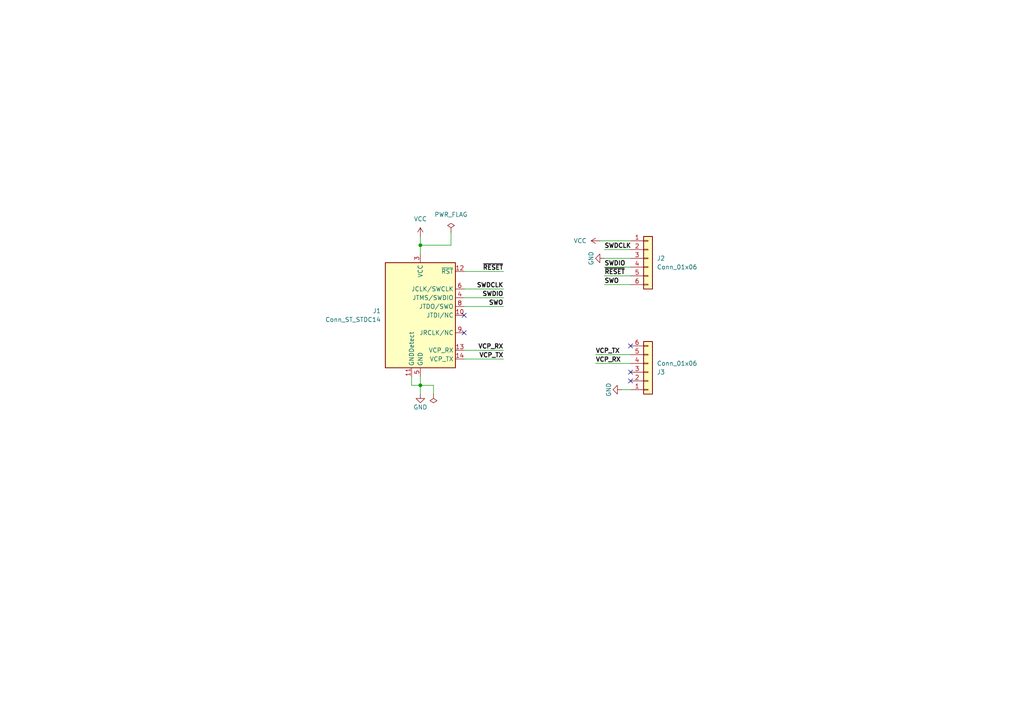
<source format=kicad_sch>
(kicad_sch (version 20231120) (generator "eeschema") (generator_version "8.0")
  (paper "A4")
  (title_block (title "STDC14 Adapter") (date "2024-03-31") (rev "1.0") (company "antoine163"))
  (lib_symbols
    (symbol "Connector:Conn_ST_STDC14"
      (property "Reference" "J" (at -8.89 16.51 0))
      (property "Value" "Conn_ST_STDC14" (at 17.78 16.51 0))
      (symbol "Conn_ST_STDC14_0_1"
        (rectangle (start -10.16 15.24) (end 10.16 -15.24) (stroke (width 0.254)) (fill (type background)))
      )
      (symbol "Conn_ST_STDC14_1_1"
        (pin no_connect line (at -10.16 5.08 0) (length 2.54) hide (name "NC") (number "1"))
        (pin output line (at 12.7 0 180) (length 2.54) (name "JTDI/NC") (number "10"))
        (pin passive line (at -2.54 -17.78 90) (length 2.54) (name "GNDDetect") (number "11"))
        (pin open_collector line (at 12.7 12.7 180) (length 2.54) (name "~{RST}") (number "12"))
        (pin output line (at 12.7 -10.16 180) (length 2.54) (name "VCP_RX") (number "13"))
        (pin input line (at 12.7 -12.7 180) (length 2.54) (name "VCP_TX") (number "14"))
        (pin no_connect line (at -10.16 2.54 0) (length 2.54) hide (name "NC") (number "2"))
        (pin power_in line (at 0 17.78 270) (length 2.54) (name "VCC") (number "3"))
        (pin bidirectional line (at 12.7 5.08 180) (length 2.54) (name "JTMS/SWDIO") (number "4"))
        (pin power_in line (at 0 -17.78 90) (length 2.54) (name "GND") (number "5"))
        (pin output line (at 12.7 7.62 180) (length 2.54) (name "JCLK/SWCLK") (number "6"))
        (pin passive line (at 0 -17.78 90) (length 2.54) hide (name "GND") (number "7"))
        (pin input line (at 12.7 2.54 180) (length 2.54) (name "JTDO/SWO") (number "8"))
        (pin input line (at 12.7 -5.08 180) (length 2.54) (name "JRCLK/NC") (number "9"))
      )
    )
    (symbol "Connector_Generic:Conn_01x06" (pin_names (offset 1.016) hide)
      (property "Reference" "J" (at 0 7.62 0))
      (property "Value" "Conn_01x06" (at 0 -10.16 0))
      (symbol "Conn_01x06_1_1"
        (rectangle (start -1.27 -7.493) (end 0 -7.747) (stroke (width 0.1524)))
        (rectangle (start -1.27 -4.953) (end 0 -5.207) (stroke (width 0.1524)))
        (rectangle (start -1.27 -2.413) (end 0 -2.667) (stroke (width 0.1524)))
        (rectangle (start -1.27 0.127) (end 0 -0.127) (stroke (width 0.1524)))
        (rectangle (start -1.27 2.667) (end 0 2.413) (stroke (width 0.1524)))
        (rectangle (start -1.27 5.207) (end 0 4.953) (stroke (width 0.1524)))
        (rectangle (start -1.27 6.35) (end 1.27 -8.89) (stroke (width 0.254)) (fill (type background)))
        (pin passive line (at -5.08 5.08 0) (length 3.81) (name "Pin_1") (number "1"))
        (pin passive line (at -5.08 2.54 0) (length 3.81) (name "Pin_2") (number "2"))
        (pin passive line (at -5.08 0 0) (length 3.81) (name "Pin_3") (number "3"))
        (pin passive line (at -5.08 -2.54 0) (length 3.81) (name "Pin_4") (number "4"))
        (pin passive line (at -5.08 -5.08 0) (length 3.81) (name "Pin_5") (number "5"))
        (pin passive line (at -5.08 -7.62 0) (length 3.81) (name "Pin_6") (number "6"))
      )
    )
    (symbol "power:GND" (power) (pin_numbers hide) (pin_names (offset 0) hide)
      (property "Value" "GND" (at 0 -3.81 0))
      (symbol "GND_0_1"
        (polyline (pts (xy 0 0) (xy 0 -1.27) (xy 1.27 -1.27) (xy 0 -2.54) (xy -1.27 -1.27) (xy 0 -1.27)))
      )
      (symbol "GND_1_1"
        (pin power_in line (at 0 0 270) (length 0) (name "~") (number "1"))
      )
    )
    (symbol "power:PWR_FLAG" (power) (pin_numbers hide) (pin_names (offset 0) hide)
      (property "Value" "PWR_FLAG" (at 0 3.81 0))
      (symbol "PWR_FLAG_0_0"
        (pin power_out line (at 0 0 90) (length 0) (name "~") (number "1"))
      )
      (symbol "PWR_FLAG_0_1"
        (polyline (pts (xy 0 0) (xy 0 1.27) (xy -1.016 1.905) (xy 0 2.54) (xy 1.016 1.905) (xy 0 1.27)))
      )
    )
    (symbol "power:VCC" (power) (pin_numbers hide) (pin_names (offset 0) hide)
      (property "Value" "VCC" (at 0 3.556 0))
      (symbol "VCC_0_1"
        (polyline (pts (xy -0.762 1.27) (xy 0 2.54)))
        (polyline (pts (xy 0 0) (xy 0 2.54)))
        (polyline (pts (xy 0 2.54) (xy 0.762 1.27)))
      )
      (symbol "VCC_1_1"
        (pin power_in line (at 0 0 90) (length 0) (name "~") (number "1"))
      )
    )
  )
  (junction (at 121.92 111.76))
  (junction (at 121.92 71.12))
  (no_connect (at 134.62 96.52))
  (no_connect (at 182.88 107.95))
  (no_connect (at 182.88 100.33))
  (no_connect (at 182.88 110.49))
  (no_connect (at 134.62 91.44))
  (wire (pts (xy 146.05 86.36) (xy 134.62 86.36)))
  (wire (pts (xy 172.72 102.87) (xy 182.88 102.87)))
  (wire (pts (xy 119.38 111.76) (xy 121.92 111.76)))
  (wire (pts (xy 146.05 101.6) (xy 134.62 101.6)))
  (wire (pts (xy 130.81 67.31) (xy 130.81 71.12)))
  (wire (pts (xy 175.26 80.01) (xy 182.88 80.01)))
  (wire (pts (xy 146.05 78.74) (xy 134.62 78.74)))
  (wire (pts (xy 125.73 111.76) (xy 121.92 111.76)))
  (wire (pts (xy 130.81 71.12) (xy 121.92 71.12)))
  (wire (pts (xy 125.73 114.3) (xy 125.73 111.76)))
  (wire (pts (xy 119.38 109.22) (xy 119.38 111.76)))
  (wire (pts (xy 175.26 82.55) (xy 182.88 82.55)))
  (wire (pts (xy 173.99 69.85) (xy 182.88 69.85)))
  (wire (pts (xy 172.72 105.41) (xy 182.88 105.41)))
  (wire (pts (xy 180.34 113.03) (xy 182.88 113.03)))
  (wire (pts (xy 175.26 77.47) (xy 182.88 77.47)))
  (wire (pts (xy 146.05 104.14) (xy 134.62 104.14)))
  (wire (pts (xy 146.05 83.82) (xy 134.62 83.82)))
  (wire (pts (xy 121.92 109.22) (xy 121.92 111.76)))
  (wire (pts (xy 146.05 88.9) (xy 134.62 88.9)))
  (wire (pts (xy 121.92 68.58) (xy 121.92 71.12)))
  (wire (pts (xy 175.26 72.39) (xy 182.88 72.39)))
  (wire (pts (xy 121.92 71.12) (xy 121.92 73.66)))
  (wire (pts (xy 175.26 74.93) (xy 182.88 74.93)))
  (wire (pts (xy 121.92 111.76) (xy 121.92 114.3)))
  (label "VCP_RX" (at 146.05 101.6 180) (effects (font (bold yes))))
  (label "SWDCLK" (at 146.05 83.82 180) (effects (font (bold yes))))
  (label "SWO" (at 146.05 88.9 180) (effects (font (bold yes))))
  (label "VCP_TX" (at 146.05 104.14 180) (effects (font (bold yes))))
  (label "SWDIO" (at 146.05 86.36 180) (effects (font (bold yes))))
  (label "~{RESET}" (at 146.05 78.74 180) (effects (font (bold yes))))
  (label "SWDCLK" (at 175.26 72.39 0) (effects (font (bold yes))))
  (label "VCP_RX" (at 172.72 105.41 0) (effects (font (bold yes))))
  (label "SWDIO" (at 175.26 77.47 0) (effects (font (bold yes))))
  (label "SWO" (at 175.26 82.55 0) (effects (font (bold yes))))
  (label "~{RESET}" (at 175.26 80.01 0) (effects (font (bold yes))))
  (label "VCP_TX" (at 172.72 102.87 0) (effects (font (bold yes))))
  (symbol (lib_id "Connector:Conn_ST_STDC14") (at 121.92 91.44 0) (unit 1)
    (property "Reference" "J1" (at 110.49 90.17 0) (effects (justify right)))
    (property "Value" "Conn_ST_STDC14" (at 110.49 92.71 0) (effects (justify right)))
    (property "Footprint" "Connector_PinHeader_1.27mm:PinHeader_2x07_P1.27mm_Vertical_SMD" (effects (hide yes)))
    (property "Datasheet" "https://www.st.com/content/ccc/resource/technical/document/user_manual/group1/99/49/91/b6/b2/3a/46/e5/DM00526767/files/DM00526767.pdf/jcr:content/translations/en.DM00526767.pdf" (effects (hide yes)))
    (property "Description" "ST Debug Connector, standard ARM Cortex-M SWD and JTAG interface plus UART" (effects (hide yes)))
    (property "Vendor" " Amphenol:20021121-00014T4LF ou Samtec:FTSH-107-01-F-DV-K-P" (effects (hide yes)))
  )
  (symbol (lib_id "power:GND") (at 175.26 74.93 270) (unit 1)
    (property "Reference" "#PWR04" (effects (hide yes)))
    (property "Value" "GND" (at 171.45 74.93 0))
    (property "Description" "Power symbol creates a global label with name \"GND\" , ground" (effects (hide yes)))
  )
  (symbol (lib_id "Connector_Generic:Conn_01x06") (at 187.96 74.93 0) (unit 1)
    (property "Reference" "J2" (at 190.5 74.93 0) (effects (justify left)))
    (property "Value" "Conn_01x06" (at 190.5 77.47 0) (effects (justify left)))
    (property "Footprint" "Connector_PinHeader_2.54mm:PinHeader_1x06_P2.54mm_Vertical" (effects (hide yes)))
    (property "Description" "Generic connector, single row, 01x06, script generated (kicad-library-utils/schlib/autogen/connector/)" (effects (hide yes)))
  )
  (symbol (lib_id "power:GND") (at 180.34 113.03 270) (unit 1)
    (property "Reference" "#PWR05" (effects (hide yes)))
    (property "Value" "GND" (at 176.53 113.03 0))
    (property "Description" "Power symbol creates a global label with name \"GND\" , ground" (effects (hide yes)))
  )
  (symbol (lib_id "power:PWR_FLAG") (at 130.81 67.31 0) (unit 1)
    (property "Reference" "#FLG01" (effects (hide yes)))
    (property "Value" "PWR_FLAG" (at 130.81 62.23 0))
    (property "Description" "Special symbol for telling ERC where power comes from" (effects (hide yes)))
  )
  (symbol (lib_id "Connector_Generic:Conn_01x06") (at 187.96 107.95 0) (mirror x) (unit 1)
    (property "Reference" "J3" (at 190.5 107.95 0) (effects (justify left)))
    (property "Value" "Conn_01x06" (at 190.5 105.41 0) (effects (justify left)))
    (property "Footprint" "Connector_PinHeader_2.54mm:PinHeader_1x06_P2.54mm_Vertical" (effects (hide yes)))
    (property "Description" "Generic connector, single row, 01x06, script generated (kicad-library-utils/schlib/autogen/connector/)" (effects (hide yes)))
  )
  (symbol (lib_id "power:PWR_FLAG") (at 125.73 114.3 180) (unit 1)
    (property "Reference" "#FLG02" (effects (hide yes)))
    (property "Value" "PWR_FLAG" (effects (hide yes)))
    (property "Description" "Special symbol for telling ERC where power comes from" (effects (hide yes)))
  )
  (symbol (lib_id "power:GND") (at 121.92 114.3 0) (mirror y) (unit 1)
    (property "Reference" "#PWR02" (effects (hide yes)))
    (property "Value" "GND" (at 121.92 118.11 0))
    (property "Description" "Power symbol creates a global label with name \"GND\" , ground" (effects (hide yes)))
  )
  (symbol (lib_id "power:VCC") (at 173.99 69.85 90) (unit 1)
    (property "Reference" "#PWR03" (effects (hide yes)))
    (property "Value" "VCC" (at 170.18 69.8499 90) (effects (justify left)))
    (property "Description" "Power symbol creates a global label with name \"VCC\"" (effects (hide yes)))
  )
  (symbol (lib_id "power:VCC") (at 121.92 68.58 0) (mirror y) (unit 1)
    (property "Reference" "#PWR01" (effects (hide yes)))
    (property "Value" "VCC" (at 121.92 63.5 0))
    (property "Description" "Power symbol creates a global label with name \"VCC\"" (effects (hide yes)))
  )
)
</source>
